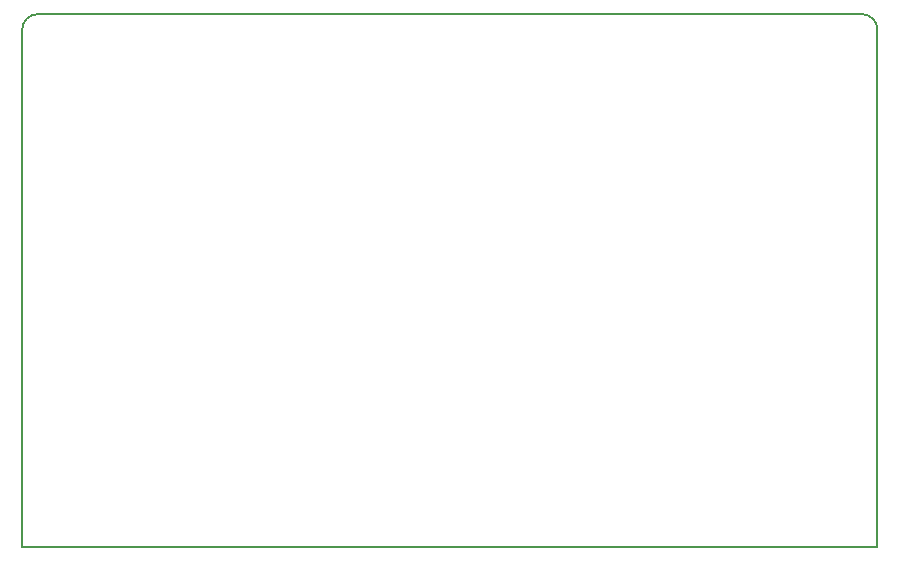
<source format=gm1>
G04 #@! TF.FileFunction,Profile,NP*
%FSLAX46Y46*%
G04 Gerber Fmt 4.6, Leading zero omitted, Abs format (unit mm)*
G04 Created by KiCad (PCBNEW 4.0.7) date 11/07/19 19:47:27*
%MOMM*%
%LPD*%
G01*
G04 APERTURE LIST*
%ADD10C,0.100000*%
%ADD11C,0.150000*%
G04 APERTURE END LIST*
D10*
D11*
X117475000Y-101600000D02*
X117475000Y-100330000D01*
X189865000Y-100330000D02*
X189865000Y-101600000D01*
X188595000Y-99060000D02*
X118745000Y-99060000D01*
X189865000Y-101600000D02*
X189865000Y-144145000D01*
X117475000Y-144145000D02*
X117475000Y-101600000D01*
X189865000Y-100330000D02*
G75*
G03X188595000Y-99060000I-1270000J0D01*
G01*
X118745000Y-99060000D02*
G75*
G03X117475000Y-100330000I0J-1270000D01*
G01*
X153670000Y-144145000D02*
X117475000Y-144145000D01*
X153670000Y-144145000D02*
X189865000Y-144145000D01*
M02*

</source>
